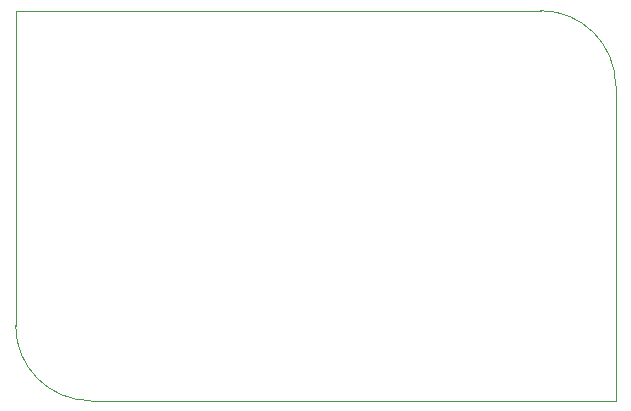
<source format=gbr>
%TF.GenerationSoftware,KiCad,Pcbnew,(6.0.7-1)-1*%
%TF.CreationDate,2023-01-16T13:52:54-08:00*%
%TF.ProjectId,updated_boost_USB_charger,75706461-7465-4645-9f62-6f6f73745f55,rev?*%
%TF.SameCoordinates,Original*%
%TF.FileFunction,Profile,NP*%
%FSLAX46Y46*%
G04 Gerber Fmt 4.6, Leading zero omitted, Abs format (unit mm)*
G04 Created by KiCad (PCBNEW (6.0.7-1)-1) date 2023-01-16 13:52:54*
%MOMM*%
%LPD*%
G01*
G04 APERTURE LIST*
%TA.AperFunction,Profile*%
%ADD10C,0.100000*%
%TD*%
G04 APERTURE END LIST*
D10*
X87630000Y-89535000D02*
X87630000Y-116205000D01*
X132080000Y-89535000D02*
X87630000Y-89535000D01*
X93980000Y-122555000D02*
X138430000Y-122555000D01*
X138430000Y-95885000D02*
G75*
G03*
X132080000Y-89535000I-6350000J0D01*
G01*
X138430000Y-95885000D02*
X138430000Y-122555000D01*
X87630000Y-116205000D02*
G75*
G03*
X93980000Y-122555000I6350000J0D01*
G01*
M02*

</source>
